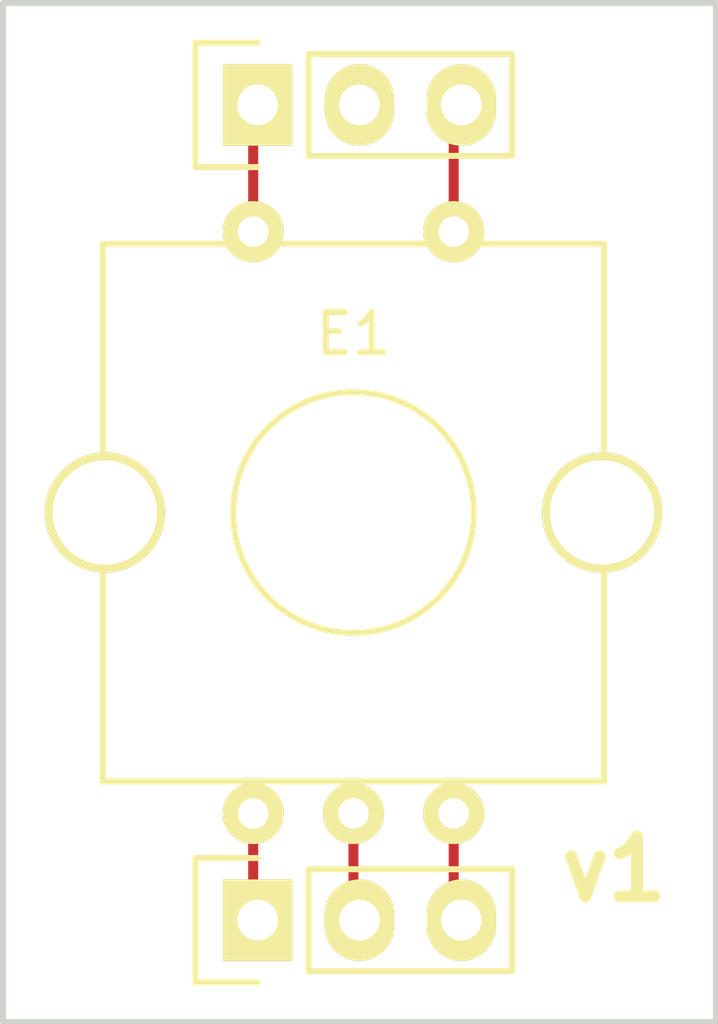
<source format=kicad_pcb>
(kicad_pcb (version 4) (host pcbnew 4.0.0-stable)

  (general
    (links 5)
    (no_connects 5)
    (area 0 0 0 0)
    (thickness 1.6)
    (drawings 5)
    (tracks 13)
    (zones 0)
    (modules 3)
    (nets 7)
  )

  (page A4)
  (layers
    (0 F.Cu signal)
    (31 B.Cu signal)
    (32 B.Adhes user)
    (33 F.Adhes user)
    (34 B.Paste user)
    (35 F.Paste user)
    (36 B.SilkS user)
    (37 F.SilkS user)
    (38 B.Mask user)
    (39 F.Mask user)
    (40 Dwgs.User user)
    (41 Cmts.User user)
    (42 Eco1.User user)
    (43 Eco2.User user)
    (44 Edge.Cuts user)
    (45 Margin user)
    (46 B.CrtYd user)
    (47 F.CrtYd user)
    (48 B.Fab user)
    (49 F.Fab user)
  )

  (setup
    (last_trace_width 0.25)
    (trace_clearance 0.2)
    (zone_clearance 0.508)
    (zone_45_only no)
    (trace_min 0.2)
    (segment_width 0.2)
    (edge_width 0.15)
    (via_size 0.6)
    (via_drill 0.4)
    (via_min_size 0.4)
    (via_min_drill 0.3)
    (uvia_size 0.3)
    (uvia_drill 0.1)
    (uvias_allowed no)
    (uvia_min_size 0.2)
    (uvia_min_drill 0.1)
    (pcb_text_width 0.3)
    (pcb_text_size 1.5 1.5)
    (mod_edge_width 0.15)
    (mod_text_size 1 1)
    (mod_text_width 0.15)
    (pad_size 1.524 1.524)
    (pad_drill 0.762)
    (pad_to_mask_clearance 0.2)
    (aux_axis_origin 0 0)
    (visible_elements FFFFFF7F)
    (pcbplotparams
      (layerselection 0x00030_80000001)
      (usegerberextensions false)
      (excludeedgelayer true)
      (linewidth 0.100000)
      (plotframeref false)
      (viasonmask false)
      (mode 1)
      (useauxorigin false)
      (hpglpennumber 1)
      (hpglpenspeed 20)
      (hpglpendiameter 15)
      (hpglpenoverlay 2)
      (psnegative false)
      (psa4output false)
      (plotreference true)
      (plotvalue true)
      (plotinvisibletext false)
      (padsonsilk false)
      (subtractmaskfromsilk false)
      (outputformat 1)
      (mirror false)
      (drillshape 1)
      (scaleselection 1)
      (outputdirectory ""))
  )

  (net 0 "")
  (net 1 "Net-(E1-Pad1)")
  (net 2 "Net-(E1-Pad2)")
  (net 3 "Net-(P1-Pad2)")
  (net 4 "Net-(E1-PadA)")
  (net 5 "Net-(E1-PadC)")
  (net 6 "Net-(E1-PadB)")

  (net_class Default "This is the default net class."
    (clearance 0.2)
    (trace_width 0.25)
    (via_dia 0.6)
    (via_drill 0.4)
    (uvia_dia 0.3)
    (uvia_drill 0.1)
    (add_net "Net-(E1-Pad1)")
    (add_net "Net-(E1-Pad2)")
    (add_net "Net-(E1-PadA)")
    (add_net "Net-(E1-PadB)")
    (add_net "Net-(E1-PadC)")
    (add_net "Net-(P1-Pad2)")
  )

  (module Pin_Headers:Pin_Header_Straight_1x03 (layer F.Cu) (tedit 569DC7C2) (tstamp 569DC1B4)
    (at 146.05 95.25 90)
    (descr "Through hole pin header")
    (tags "pin header")
    (path /569DB65E)
    (fp_text reference P1 (at 0 -5.1 90) (layer F.SilkS) hide
      (effects (font (size 1 1) (thickness 0.15)))
    )
    (fp_text value CONN_01X03 (at 0 -3.1 90) (layer F.Fab) hide
      (effects (font (size 1 1) (thickness 0.15)))
    )
    (fp_line (start -1.75 -1.75) (end -1.75 6.85) (layer F.CrtYd) (width 0.05))
    (fp_line (start 1.75 -1.75) (end 1.75 6.85) (layer F.CrtYd) (width 0.05))
    (fp_line (start -1.75 -1.75) (end 1.75 -1.75) (layer F.CrtYd) (width 0.05))
    (fp_line (start -1.75 6.85) (end 1.75 6.85) (layer F.CrtYd) (width 0.05))
    (fp_line (start -1.27 1.27) (end -1.27 6.35) (layer F.SilkS) (width 0.15))
    (fp_line (start -1.27 6.35) (end 1.27 6.35) (layer F.SilkS) (width 0.15))
    (fp_line (start 1.27 6.35) (end 1.27 1.27) (layer F.SilkS) (width 0.15))
    (fp_line (start 1.55 -1.55) (end 1.55 0) (layer F.SilkS) (width 0.15))
    (fp_line (start 1.27 1.27) (end -1.27 1.27) (layer F.SilkS) (width 0.15))
    (fp_line (start -1.55 0) (end -1.55 -1.55) (layer F.SilkS) (width 0.15))
    (fp_line (start -1.55 -1.55) (end 1.55 -1.55) (layer F.SilkS) (width 0.15))
    (pad 1 thru_hole rect (at 0 0 90) (size 2.032 1.7272) (drill 1.016) (layers *.Cu *.Mask F.SilkS)
      (net 1 "Net-(E1-Pad1)"))
    (pad 2 thru_hole oval (at 0 2.54 90) (size 2.032 1.7272) (drill 1.016) (layers *.Cu *.Mask F.SilkS)
      (net 3 "Net-(P1-Pad2)"))
    (pad 3 thru_hole oval (at 0 5.08 90) (size 2.032 1.7272) (drill 1.016) (layers *.Cu *.Mask F.SilkS)
      (net 2 "Net-(E1-Pad2)"))
    (model Pin_Headers.3dshapes/Pin_Header_Straight_1x03.wrl
      (at (xyz 0 -0.1 0))
      (scale (xyz 1 1 1))
      (rotate (xyz 0 0 90))
    )
  )

  (module Pin_Headers:Pin_Header_Straight_1x03 (layer F.Cu) (tedit 569DC7C6) (tstamp 569DC1BB)
    (at 146.05 115.57 90)
    (descr "Through hole pin header")
    (tags "pin header")
    (path /569DB637)
    (fp_text reference P2 (at 0 -5.1 90) (layer F.SilkS) hide
      (effects (font (size 1 1) (thickness 0.15)))
    )
    (fp_text value CONN_01X03 (at 0 -3.1 90) (layer F.Fab) hide
      (effects (font (size 1 1) (thickness 0.15)))
    )
    (fp_line (start -1.75 -1.75) (end -1.75 6.85) (layer F.CrtYd) (width 0.05))
    (fp_line (start 1.75 -1.75) (end 1.75 6.85) (layer F.CrtYd) (width 0.05))
    (fp_line (start -1.75 -1.75) (end 1.75 -1.75) (layer F.CrtYd) (width 0.05))
    (fp_line (start -1.75 6.85) (end 1.75 6.85) (layer F.CrtYd) (width 0.05))
    (fp_line (start -1.27 1.27) (end -1.27 6.35) (layer F.SilkS) (width 0.15))
    (fp_line (start -1.27 6.35) (end 1.27 6.35) (layer F.SilkS) (width 0.15))
    (fp_line (start 1.27 6.35) (end 1.27 1.27) (layer F.SilkS) (width 0.15))
    (fp_line (start 1.55 -1.55) (end 1.55 0) (layer F.SilkS) (width 0.15))
    (fp_line (start 1.27 1.27) (end -1.27 1.27) (layer F.SilkS) (width 0.15))
    (fp_line (start -1.55 0) (end -1.55 -1.55) (layer F.SilkS) (width 0.15))
    (fp_line (start -1.55 -1.55) (end 1.55 -1.55) (layer F.SilkS) (width 0.15))
    (pad 1 thru_hole rect (at 0 0 90) (size 2.032 1.7272) (drill 1.016) (layers *.Cu *.Mask F.SilkS)
      (net 4 "Net-(E1-PadA)"))
    (pad 2 thru_hole oval (at 0 2.54 90) (size 2.032 1.7272) (drill 1.016) (layers *.Cu *.Mask F.SilkS)
      (net 5 "Net-(E1-PadC)"))
    (pad 3 thru_hole oval (at 0 5.08 90) (size 2.032 1.7272) (drill 1.016) (layers *.Cu *.Mask F.SilkS)
      (net 6 "Net-(E1-PadB)"))
    (model Pin_Headers.3dshapes/Pin_Header_Straight_1x03.wrl
      (at (xyz 0 -0.1 0))
      (scale (xyz 1 1 1))
      (rotate (xyz 0 0 90))
    )
  )

  (module pec11r:pec11r (layer F.Cu) (tedit 569DC1F1) (tstamp 569DC696)
    (at 148.44 105.41)
    (path /569DB60A)
    (fp_text reference E1 (at 0 -4.45) (layer F.SilkS)
      (effects (font (size 1 1) (thickness 0.15)))
    )
    (fp_text value PEC11R (at 0 4.4) (layer F.Fab)
      (effects (font (size 1 1) (thickness 0.15)))
    )
    (fp_circle (center 0 0) (end 3 0) (layer F.SilkS) (width 0.15))
    (fp_line (start -6.25 6.7) (end -6.25 -6.7) (layer F.SilkS) (width 0.15))
    (fp_line (start 6.25 6.7) (end -6.25 6.7) (layer F.SilkS) (width 0.15))
    (fp_line (start 6.25 -6.7) (end 6.25 6.7) (layer F.SilkS) (width 0.15))
    (fp_line (start -6.25 -6.7) (end 6.25 -6.7) (layer F.SilkS) (width 0.15))
    (pad 1 thru_hole circle (at -2.5 -7) (size 1.524 1.524) (drill 0.762) (layers *.Cu *.Mask F.SilkS)
      (net 1 "Net-(E1-Pad1)"))
    (pad 2 thru_hole circle (at 2.5 -7) (size 1.524 1.524) (drill 0.762) (layers *.Cu *.Mask F.SilkS)
      (net 2 "Net-(E1-Pad2)"))
    (pad C thru_hole circle (at 0 7.5) (size 1.524 1.524) (drill 0.762) (layers *.Cu *.Mask F.SilkS)
      (net 5 "Net-(E1-PadC)"))
    (pad A thru_hole circle (at -2.5 7.5) (size 1.524 1.524) (drill 0.762) (layers *.Cu *.Mask F.SilkS)
      (net 4 "Net-(E1-PadA)"))
    (pad B thru_hole circle (at 2.5 7.5) (size 1.524 1.524) (drill 0.762) (layers *.Cu *.Mask F.SilkS)
      (net 6 "Net-(E1-PadB)"))
    (pad "" thru_hole circle (at 6.2 0) (size 3 3) (drill 2.6) (layers *.Cu *.Mask F.SilkS))
    (pad "" thru_hole circle (at -6.2 0) (size 3 3) (drill 2.6) (layers *.Cu *.Mask F.SilkS))
  )

  (gr_text v1 (at 154.94 114.3) (layer F.SilkS)
    (effects (font (size 1.5 1.5) (thickness 0.3)))
  )
  (gr_line (start 139.7 118.11) (end 139.7 92.71) (layer Edge.Cuts) (width 0.15))
  (gr_line (start 157.48 118.11) (end 139.7 118.11) (layer Edge.Cuts) (width 0.15))
  (gr_line (start 157.48 92.71) (end 157.48 118.11) (layer Edge.Cuts) (width 0.15))
  (gr_line (start 139.7 92.71) (end 157.48 92.71) (layer Edge.Cuts) (width 0.15))

  (segment (start 145.94 98.41) (end 145.94 95.36) (width 0.25) (layer F.Cu) (net 1))
  (segment (start 145.94 95.36) (end 146.05 95.25) (width 0.25) (layer F.Cu) (net 1))
  (segment (start 150.94 98.41) (end 150.94 95.44) (width 0.25) (layer F.Cu) (net 2))
  (segment (start 150.94 95.44) (end 151.13 95.25) (width 0.25) (layer F.Cu) (net 2))
  (segment (start 145.94 112.91) (end 145.94 115.46) (width 0.25) (layer F.Cu) (net 4))
  (segment (start 145.94 115.46) (end 146.05 115.57) (width 0.25) (layer F.Cu) (net 4))
  (segment (start 146.05 113.02) (end 145.94 112.91) (width 0.25) (layer F.Cu) (net 4) (status 30))
  (segment (start 148.44 112.91) (end 148.44 115.42) (width 0.25) (layer F.Cu) (net 5))
  (segment (start 148.44 115.42) (end 148.59 115.57) (width 0.25) (layer F.Cu) (net 5))
  (segment (start 148.59 113.06) (end 148.44 112.91) (width 0.25) (layer F.Cu) (net 5) (status 30))
  (segment (start 150.94 112.91) (end 150.94 115.38) (width 0.25) (layer F.Cu) (net 6))
  (segment (start 150.94 115.38) (end 151.13 115.57) (width 0.25) (layer F.Cu) (net 6))
  (segment (start 151.13 113.1) (end 150.94 112.91) (width 0.25) (layer F.Cu) (net 6) (status 30))

)

</source>
